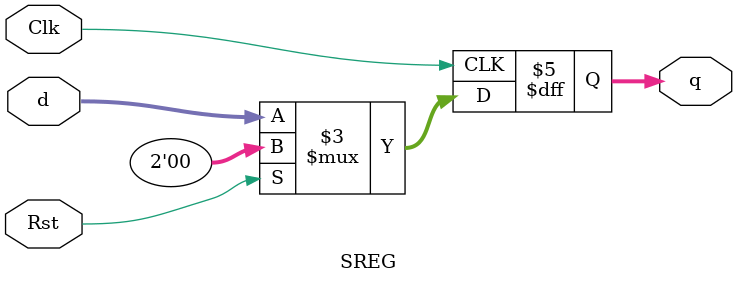
<source format=v>
`timescale 1ns / 1ns


module SREG #(parameter DATAWIDTH=
2
//8
//16
//32
//64
) (d, Clk, Rst, q);
    input signed [DATAWIDTH-1:0] d;
    input Clk;
    input Rst;
    output reg signed [DATAWIDTH-1:0] q;
    
    always @(posedge Clk)
    begin
        if (Rst) begin
            q <= 0;
        end else begin
            q <= d;
        end
    end
endmodule

</source>
